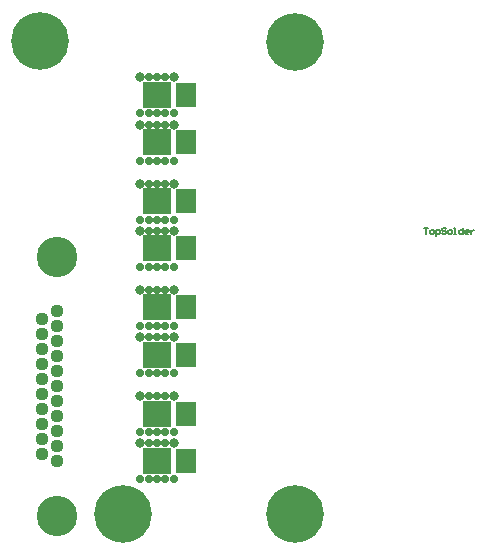
<source format=gts>
G04 Layer_Color=8388736*
%FSLAX25Y25*%
%MOIN*%
G70*
G01*
G75*
%ADD10R,0.07000X0.07874*%
%ADD12C,0.00500*%
%ADD60C,0.03200*%
%ADD61R,0.09758X0.08774*%
%ADD62C,0.19200*%
%ADD63C,0.04400*%
%ADD64C,0.13498*%
%ADD65C,0.02900*%
%ADD66C,0.05900*%
D10*
X555492Y268058D02*
D03*
Y283774D02*
D03*
Y248341D02*
D03*
Y232625D02*
D03*
Y212908D02*
D03*
Y197192D02*
D03*
Y177475D02*
D03*
Y161759D02*
D03*
D12*
X634707Y239474D02*
X636039D01*
X635373D01*
Y237474D01*
X637039D02*
X637706D01*
X638039Y237807D01*
Y238474D01*
X637706Y238807D01*
X637039D01*
X636706Y238474D01*
Y237807D01*
X637039Y237474D01*
X638705Y236808D02*
Y238807D01*
X639705D01*
X640038Y238474D01*
Y237807D01*
X639705Y237474D01*
X638705D01*
X642037Y239140D02*
X641704Y239474D01*
X641038D01*
X640705Y239140D01*
Y238807D01*
X641038Y238474D01*
X641704D01*
X642037Y238141D01*
Y237807D01*
X641704Y237474D01*
X641038D01*
X640705Y237807D01*
X643037Y237474D02*
X643704D01*
X644037Y237807D01*
Y238474D01*
X643704Y238807D01*
X643037D01*
X642704Y238474D01*
Y237807D01*
X643037Y237474D01*
X644703D02*
X645370D01*
X645037D01*
Y239474D01*
X644703D01*
X647702D02*
Y237474D01*
X646703D01*
X646370Y237807D01*
Y238474D01*
X646703Y238807D01*
X647702D01*
X649368Y237474D02*
X648702D01*
X648369Y237807D01*
Y238474D01*
X648702Y238807D01*
X649368D01*
X649702Y238474D01*
Y238141D01*
X648369D01*
X650368Y238807D02*
Y237474D01*
Y238141D01*
X650701Y238474D01*
X651035Y238807D01*
X651368D01*
D60*
X540102Y254123D02*
D03*
X551263D02*
D03*
X540102Y289556D02*
D03*
X551263D02*
D03*
X540102Y273840D02*
D03*
X551263D02*
D03*
Y238407D02*
D03*
X540102D02*
D03*
X551263Y218690D02*
D03*
X540102D02*
D03*
X551263Y202974D02*
D03*
X540102D02*
D03*
X551263Y183257D02*
D03*
X540102D02*
D03*
X551263Y167541D02*
D03*
X540102D02*
D03*
D61*
X545668Y161753D02*
D03*
Y177501D02*
D03*
Y197186D02*
D03*
Y212934D02*
D03*
Y232619D02*
D03*
Y248367D02*
D03*
Y268052D02*
D03*
Y283800D02*
D03*
D62*
X591551Y144057D02*
D03*
Y301496D02*
D03*
X506830Y301565D02*
D03*
X534206Y144057D02*
D03*
D63*
X512299Y211553D02*
D03*
X507299Y164053D02*
D03*
Y169053D02*
D03*
Y174053D02*
D03*
Y179053D02*
D03*
Y184053D02*
D03*
Y189053D02*
D03*
Y194053D02*
D03*
Y199053D02*
D03*
Y204053D02*
D03*
Y209053D02*
D03*
X512299Y206553D02*
D03*
Y201553D02*
D03*
Y196553D02*
D03*
Y191553D02*
D03*
Y186553D02*
D03*
Y181553D02*
D03*
Y176553D02*
D03*
Y171553D02*
D03*
Y166553D02*
D03*
Y161553D02*
D03*
D64*
Y143303D02*
D03*
Y229803D02*
D03*
D65*
X542892Y277592D02*
D03*
X548473D02*
D03*
X545682D02*
D03*
Y261844D02*
D03*
X548473D02*
D03*
X542892D02*
D03*
X545682Y242160D02*
D03*
X548473D02*
D03*
X542892D02*
D03*
X545682Y226411D02*
D03*
X548473D02*
D03*
X542892D02*
D03*
X545682Y206726D02*
D03*
X548473D02*
D03*
X542892D02*
D03*
X545682Y190978D02*
D03*
X548473D02*
D03*
X542892D02*
D03*
X545682Y171293D02*
D03*
X548473D02*
D03*
X542892D02*
D03*
X545682Y155545D02*
D03*
X548473D02*
D03*
X542892D02*
D03*
X545682Y289556D02*
D03*
X548473D02*
D03*
X542892D02*
D03*
X540102Y277592D02*
D03*
X551263D02*
D03*
X540102Y261844D02*
D03*
Y242160D02*
D03*
X551263Y226411D02*
D03*
X540102D02*
D03*
Y206726D02*
D03*
Y171293D02*
D03*
Y155545D02*
D03*
X551263D02*
D03*
Y171293D02*
D03*
Y190978D02*
D03*
Y206726D02*
D03*
Y242160D02*
D03*
Y261844D02*
D03*
Y289556D02*
D03*
X540102D02*
D03*
Y273840D02*
D03*
X551263D02*
D03*
X542892D02*
D03*
X548473D02*
D03*
X545682D02*
D03*
X540102Y254123D02*
D03*
X551263D02*
D03*
X542892D02*
D03*
X548473D02*
D03*
X545682D02*
D03*
X540102Y238407D02*
D03*
X551263D02*
D03*
X542892D02*
D03*
X548473D02*
D03*
X545682D02*
D03*
X540102Y218690D02*
D03*
X551263D02*
D03*
X542892D02*
D03*
X548473D02*
D03*
X545682D02*
D03*
X540102Y202974D02*
D03*
X551263D02*
D03*
X542892D02*
D03*
X548473D02*
D03*
X545682D02*
D03*
X540102Y183257D02*
D03*
X551263D02*
D03*
X542892D02*
D03*
X548473D02*
D03*
X545682D02*
D03*
X540102Y167541D02*
D03*
X551263D02*
D03*
X542892D02*
D03*
X548473D02*
D03*
X545682D02*
D03*
X540102Y190978D02*
D03*
D66*
X555492Y268058D02*
D03*
Y283774D02*
D03*
Y248341D02*
D03*
Y232625D02*
D03*
Y212908D02*
D03*
Y197192D02*
D03*
Y177475D02*
D03*
Y161759D02*
D03*
M02*

</source>
